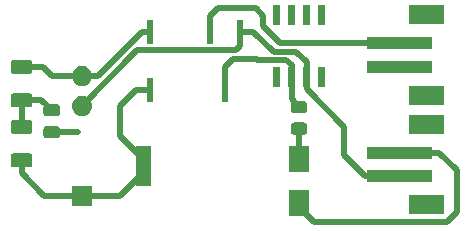
<source format=gbr>
%TF.GenerationSoftware,KiCad,Pcbnew,7.0.10*%
%TF.CreationDate,2024-02-24T22:19:22-05:00*%
%TF.ProjectId,comparison,636f6d70-6172-4697-936f-6e2e6b696361,rev?*%
%TF.SameCoordinates,Original*%
%TF.FileFunction,Other,User*%
%FSLAX46Y46*%
G04 Gerber Fmt 4.6, Leading zero omitted, Abs format (unit mm)*
G04 Created by KiCad (PCBNEW 7.0.10) date 2024-02-24 22:19:22*
%MOMM*%
%LPD*%
G01*
G04 APERTURE LIST*
%ADD10C,0.000000*%
%ADD11C,0.508000*%
G04 APERTURE END LIST*
D10*
G36*
X135165671Y-80786530D02*
G01*
X135246777Y-80840723D01*
X135300970Y-80921829D01*
X135320000Y-81017500D01*
X135320000Y-81542500D01*
X135300970Y-81638171D01*
X135246777Y-81719277D01*
X135165671Y-81773470D01*
X135070000Y-81792500D01*
X134170000Y-81792500D01*
X134074329Y-81773470D01*
X133993223Y-81719277D01*
X133939030Y-81638171D01*
X133920000Y-81542500D01*
X133920000Y-81017500D01*
X133939030Y-80921829D01*
X133993223Y-80840723D01*
X134074329Y-80786530D01*
X134170000Y-80767500D01*
X135070000Y-80767500D01*
X135165671Y-80786530D01*
G37*
G36*
X145915000Y-76557000D02*
G01*
X140415000Y-76557000D01*
X140415000Y-75557000D01*
X145915000Y-75557000D01*
X145915000Y-76557000D01*
G37*
G36*
X135435000Y-84958000D02*
G01*
X133805000Y-84958000D01*
X133805000Y-82777600D01*
X135435000Y-82777600D01*
X135435000Y-84958000D01*
G37*
G36*
X114210671Y-81064030D02*
G01*
X114291777Y-81118223D01*
X114345970Y-81199329D01*
X114365000Y-81295000D01*
X114365000Y-81820000D01*
X114345970Y-81915671D01*
X114291777Y-81996777D01*
X114210671Y-82050970D01*
X114115000Y-82070000D01*
X113215000Y-82070000D01*
X113119329Y-82050970D01*
X113038223Y-81996777D01*
X112984030Y-81915671D01*
X112965000Y-81820000D01*
X112965000Y-81295000D01*
X112984030Y-81199329D01*
X113038223Y-81118223D01*
X113119329Y-81064030D01*
X113215000Y-81045000D01*
X114115000Y-81045000D01*
X114210671Y-81064030D01*
G37*
G36*
X132984505Y-76093144D02*
G01*
X132997904Y-76102096D01*
X133006856Y-76115495D01*
X133010000Y-76131300D01*
X133010000Y-77708700D01*
X133006856Y-77724505D01*
X132997904Y-77737904D01*
X132984505Y-77746856D01*
X132968700Y-77750000D01*
X132461300Y-77750000D01*
X132445495Y-77746856D01*
X132432096Y-77737904D01*
X132423144Y-77724505D01*
X132420000Y-77708700D01*
X132420000Y-76131300D01*
X132423144Y-76115495D01*
X132432096Y-76102096D01*
X132445495Y-76093144D01*
X132461300Y-76090000D01*
X132968700Y-76090000D01*
X132984505Y-76093144D01*
G37*
D11*
X134620000Y-81280000D02*
X134620000Y-83867800D01*
X113665000Y-81557500D02*
X115872500Y-81557500D01*
D10*
G36*
X146915000Y-79257000D02*
G01*
X143915000Y-79257000D01*
X143915000Y-77657000D01*
X146915000Y-77657000D01*
X146915000Y-79257000D01*
G37*
G36*
X146915000Y-72457000D02*
G01*
X143915000Y-72457000D01*
X143915000Y-70857000D01*
X146915000Y-70857000D01*
X146915000Y-72457000D01*
G37*
G36*
X146915000Y-88528000D02*
G01*
X143915000Y-88528000D01*
X143915000Y-86928000D01*
X146915000Y-86928000D01*
X146915000Y-88528000D01*
G37*
G36*
X146915000Y-81728000D02*
G01*
X143915000Y-81728000D01*
X143915000Y-80128000D01*
X146915000Y-80128000D01*
X146915000Y-81728000D01*
G37*
G36*
X132984505Y-70843144D02*
G01*
X132997904Y-70852096D01*
X133006856Y-70865495D01*
X133010000Y-70881300D01*
X133010000Y-72458700D01*
X133006856Y-72474505D01*
X132997904Y-72487904D01*
X132984505Y-72496856D01*
X132968700Y-72500000D01*
X132461300Y-72500000D01*
X132445495Y-72496856D01*
X132432096Y-72487904D01*
X132423144Y-72474505D01*
X132420000Y-72458700D01*
X132420000Y-70881300D01*
X132423144Y-70865495D01*
X132432096Y-70852096D01*
X132445495Y-70843144D01*
X132461300Y-70840000D01*
X132968700Y-70840000D01*
X132984505Y-70843144D01*
G37*
G36*
X134254505Y-70843144D02*
G01*
X134267904Y-70852096D01*
X134276856Y-70865495D01*
X134280000Y-70881300D01*
X134280000Y-72458700D01*
X134276856Y-72474505D01*
X134267904Y-72487904D01*
X134254505Y-72496856D01*
X134238700Y-72500000D01*
X133731300Y-72500000D01*
X133715495Y-72496856D01*
X133702096Y-72487904D01*
X133693144Y-72474505D01*
X133690000Y-72458700D01*
X133690000Y-70881300D01*
X133693144Y-70865495D01*
X133702096Y-70852096D01*
X133715495Y-70843144D01*
X133731300Y-70840000D01*
X134238700Y-70840000D01*
X134254505Y-70843144D01*
G37*
G36*
X135524505Y-70843144D02*
G01*
X135537904Y-70852096D01*
X135546856Y-70865495D01*
X135550000Y-70881300D01*
X135550000Y-72458700D01*
X135546856Y-72474505D01*
X135537904Y-72487904D01*
X135524505Y-72496856D01*
X135508700Y-72500000D01*
X135001300Y-72500000D01*
X134985495Y-72496856D01*
X134972096Y-72487904D01*
X134963144Y-72474505D01*
X134960000Y-72458700D01*
X134960000Y-70881300D01*
X134963144Y-70865495D01*
X134972096Y-70852096D01*
X134985495Y-70843144D01*
X135001300Y-70840000D01*
X135508700Y-70840000D01*
X135524505Y-70843144D01*
G37*
G36*
X136794505Y-70843144D02*
G01*
X136807904Y-70852096D01*
X136816856Y-70865495D01*
X136820000Y-70881300D01*
X136820000Y-72458700D01*
X136816856Y-72474505D01*
X136807904Y-72487904D01*
X136794505Y-72496856D01*
X136778700Y-72500000D01*
X136271300Y-72500000D01*
X136255495Y-72496856D01*
X136242096Y-72487904D01*
X136233144Y-72474505D01*
X136230000Y-72458700D01*
X136230000Y-70881300D01*
X136233144Y-70865495D01*
X136242096Y-70852096D01*
X136255495Y-70843144D01*
X136271300Y-70840000D01*
X136778700Y-70840000D01*
X136794505Y-70843144D01*
G37*
G36*
X136794505Y-76093144D02*
G01*
X136807904Y-76102096D01*
X136816856Y-76115495D01*
X136820000Y-76131300D01*
X136820000Y-77708700D01*
X136816856Y-77724505D01*
X136807904Y-77737904D01*
X136794505Y-77746856D01*
X136778700Y-77750000D01*
X136271300Y-77750000D01*
X136255495Y-77746856D01*
X136242096Y-77737904D01*
X136233144Y-77724505D01*
X136230000Y-77708700D01*
X136230000Y-76131300D01*
X136233144Y-76115495D01*
X136242096Y-76102096D01*
X136255495Y-76093144D01*
X136271300Y-76090000D01*
X136778700Y-76090000D01*
X136794505Y-76093144D01*
G37*
G36*
X114210671Y-79239030D02*
G01*
X114291777Y-79293223D01*
X114345970Y-79374329D01*
X114365000Y-79470000D01*
X114365000Y-79995000D01*
X114345970Y-80090671D01*
X114291777Y-80171777D01*
X114210671Y-80225970D01*
X114115000Y-80245000D01*
X113215000Y-80245000D01*
X113119329Y-80225970D01*
X113038223Y-80171777D01*
X112984030Y-80090671D01*
X112965000Y-79995000D01*
X112965000Y-79470000D01*
X112984030Y-79374329D01*
X113038223Y-79293223D01*
X113119329Y-79239030D01*
X113215000Y-79220000D01*
X114115000Y-79220000D01*
X114210671Y-79239030D01*
G37*
G36*
X111845671Y-80544030D02*
G01*
X111926777Y-80598223D01*
X111980970Y-80679329D01*
X112000000Y-80775000D01*
X112000000Y-81525000D01*
X111980970Y-81620671D01*
X111926777Y-81701777D01*
X111845671Y-81755970D01*
X111750000Y-81775000D01*
X110500000Y-81775000D01*
X110404329Y-81755970D01*
X110323223Y-81701777D01*
X110269030Y-81620671D01*
X110250000Y-81525000D01*
X110250000Y-80775000D01*
X110269030Y-80679329D01*
X110323223Y-80598223D01*
X110404329Y-80544030D01*
X110500000Y-80525000D01*
X111750000Y-80525000D01*
X111845671Y-80544030D01*
G37*
G36*
X111845671Y-78264030D02*
G01*
X111926777Y-78318223D01*
X111980970Y-78399329D01*
X112000000Y-78495000D01*
X112000000Y-79245000D01*
X111980970Y-79340671D01*
X111926777Y-79421777D01*
X111845671Y-79475970D01*
X111750000Y-79495000D01*
X110500000Y-79495000D01*
X110404329Y-79475970D01*
X110323223Y-79421777D01*
X110269030Y-79340671D01*
X110250000Y-79245000D01*
X110250000Y-78495000D01*
X110269030Y-78399329D01*
X110323223Y-78318223D01*
X110404329Y-78264030D01*
X110500000Y-78245000D01*
X111750000Y-78245000D01*
X111845671Y-78264030D01*
G37*
D11*
X111125000Y-78870000D02*
X112802500Y-78870000D01*
X111125000Y-78870000D02*
X111125000Y-81150000D01*
X112802500Y-78870000D02*
X113665000Y-79732500D01*
D10*
G36*
X135435000Y-88672400D02*
G01*
X133805000Y-88672400D01*
X133805000Y-86492000D01*
X135435000Y-86492000D01*
X135435000Y-88672400D01*
G37*
G36*
X145915000Y-83828000D02*
G01*
X140415000Y-83828000D01*
X140415000Y-82828000D01*
X145915000Y-82828000D01*
X145915000Y-83828000D01*
G37*
D11*
X135895390Y-89238000D02*
X147109000Y-89238000D01*
X147109000Y-89238000D02*
X147955000Y-88392000D01*
X143165000Y-83328000D02*
X146447000Y-83328000D01*
X134620000Y-87962610D02*
X135895390Y-89238000D01*
X146447000Y-83328000D02*
X147955000Y-84836000D01*
X134620000Y-87582200D02*
X134620000Y-87962610D01*
X147955000Y-84836000D02*
X147955000Y-88392000D01*
D10*
G36*
X135165671Y-78961530D02*
G01*
X135246777Y-79015723D01*
X135300970Y-79096829D01*
X135320000Y-79192500D01*
X135320000Y-79717500D01*
X135300970Y-79813171D01*
X135246777Y-79894277D01*
X135165671Y-79948470D01*
X135070000Y-79967500D01*
X134170000Y-79967500D01*
X134074329Y-79948470D01*
X133993223Y-79894277D01*
X133939030Y-79813171D01*
X133920000Y-79717500D01*
X133920000Y-79192500D01*
X133939030Y-79096829D01*
X133993223Y-79015723D01*
X134074329Y-78961530D01*
X134170000Y-78942500D01*
X135070000Y-78942500D01*
X135165671Y-78961530D01*
G37*
G36*
X128644400Y-79019400D02*
G01*
X128085600Y-79019400D01*
X128085600Y-77038200D01*
X128644400Y-77038200D01*
X128644400Y-79019400D01*
G37*
G36*
X134254505Y-76093144D02*
G01*
X134267904Y-76102096D01*
X134276856Y-76115495D01*
X134280000Y-76131300D01*
X134280000Y-77708700D01*
X134276856Y-77724505D01*
X134267904Y-77737904D01*
X134254505Y-77746856D01*
X134238700Y-77750000D01*
X133731300Y-77750000D01*
X133715495Y-77746856D01*
X133702096Y-77737904D01*
X133693144Y-77724505D01*
X133690000Y-77708700D01*
X133690000Y-76131300D01*
X133693144Y-76115495D01*
X133702096Y-76102096D01*
X133715495Y-76093144D01*
X133731300Y-76090000D01*
X134238700Y-76090000D01*
X134254505Y-76093144D01*
G37*
D11*
X133502400Y-75463400D02*
X133985000Y-75946000D01*
X131089400Y-75463400D02*
X133502400Y-75463400D01*
X129032000Y-75438000D02*
X131064000Y-75438000D01*
X133985000Y-75946000D02*
X133985000Y-76920000D01*
X128365000Y-76105000D02*
X128365000Y-78028800D01*
X128365000Y-76105000D02*
X129032000Y-75438000D01*
X133985000Y-76920000D02*
X133985000Y-78820000D01*
X131064000Y-75438000D02*
X131089400Y-75463400D01*
X133985000Y-78820000D02*
X134620000Y-79455000D01*
D10*
G36*
X122294400Y-74091800D02*
G01*
X121735600Y-74091800D01*
X121735600Y-72110600D01*
X122294400Y-72110600D01*
X122294400Y-74091800D01*
G37*
G36*
X116492664Y-76026602D02*
G01*
X116655000Y-76098878D01*
X116798761Y-76203327D01*
X116917664Y-76335383D01*
X117006514Y-76489274D01*
X117061425Y-76658275D01*
X117080000Y-76835000D01*
X117061425Y-77011725D01*
X117006514Y-77180726D01*
X116917664Y-77334617D01*
X116798761Y-77466673D01*
X116655000Y-77571122D01*
X116492664Y-77643398D01*
X116318849Y-77680344D01*
X116141151Y-77680344D01*
X115967336Y-77643398D01*
X115805000Y-77571122D01*
X115661239Y-77466673D01*
X115542336Y-77334617D01*
X115453486Y-77180726D01*
X115398575Y-77011725D01*
X115380000Y-76835000D01*
X115398575Y-76658275D01*
X115453486Y-76489274D01*
X115542336Y-76335383D01*
X115661239Y-76203327D01*
X115805000Y-76098878D01*
X115967336Y-76026602D01*
X116141151Y-75989656D01*
X116318849Y-75989656D01*
X116492664Y-76026602D01*
G37*
G36*
X111845671Y-75464030D02*
G01*
X111926777Y-75518223D01*
X111980970Y-75599329D01*
X112000000Y-75695000D01*
X112000000Y-76445000D01*
X111980970Y-76540671D01*
X111926777Y-76621777D01*
X111845671Y-76675970D01*
X111750000Y-76695000D01*
X110500000Y-76695000D01*
X110404329Y-76675970D01*
X110323223Y-76621777D01*
X110269030Y-76540671D01*
X110250000Y-76445000D01*
X110250000Y-75695000D01*
X110269030Y-75599329D01*
X110323223Y-75518223D01*
X110404329Y-75464030D01*
X110500000Y-75445000D01*
X111750000Y-75445000D01*
X111845671Y-75464030D01*
G37*
D11*
X121303800Y-73101200D02*
X122015000Y-73101200D01*
X111125000Y-76070000D02*
X112900000Y-76070000D01*
X116230000Y-76835000D02*
X117570000Y-76835000D01*
X117570000Y-76835000D02*
X121303800Y-73101200D01*
X113665000Y-76835000D02*
X116230000Y-76835000D01*
X112900000Y-76070000D02*
X113665000Y-76835000D01*
D10*
G36*
X122125000Y-86155000D02*
G01*
X120825000Y-86155000D01*
X120825000Y-82755000D01*
X122125000Y-82755000D01*
X122125000Y-86155000D01*
G37*
G36*
X122294400Y-79019400D02*
G01*
X121735600Y-79019400D01*
X121735600Y-77038200D01*
X122294400Y-77038200D01*
X122294400Y-79019400D01*
G37*
G36*
X117080000Y-87845000D02*
G01*
X115380000Y-87845000D01*
X115380000Y-86145000D01*
X117080000Y-86145000D01*
X117080000Y-87845000D01*
G37*
G36*
X111845671Y-83344030D02*
G01*
X111926777Y-83398223D01*
X111980970Y-83479329D01*
X112000000Y-83575000D01*
X112000000Y-84325000D01*
X111980970Y-84420671D01*
X111926777Y-84501777D01*
X111845671Y-84555970D01*
X111750000Y-84575000D01*
X110500000Y-84575000D01*
X110404329Y-84555970D01*
X110323223Y-84501777D01*
X110269030Y-84420671D01*
X110250000Y-84325000D01*
X110250000Y-83575000D01*
X110269030Y-83479329D01*
X110323223Y-83398223D01*
X110404329Y-83344030D01*
X110500000Y-83325000D01*
X111750000Y-83325000D01*
X111845671Y-83344030D01*
G37*
D11*
X119475000Y-79375000D02*
X120821200Y-78028800D01*
X111125000Y-85090000D02*
X113030000Y-86995000D01*
X121475000Y-84455000D02*
X121475000Y-84995000D01*
X119475000Y-79375000D02*
X119475000Y-81915000D01*
X120821200Y-78028800D02*
X122015000Y-78028800D01*
X113030000Y-86995000D02*
X116230000Y-86995000D01*
X111125000Y-83950000D02*
X111125000Y-85090000D01*
X121475000Y-83915000D02*
X121475000Y-84455000D01*
X116230000Y-86995000D02*
X119475000Y-86995000D01*
X119475000Y-81915000D02*
X121475000Y-83915000D01*
X119475000Y-86995000D02*
X121475000Y-84995000D01*
D10*
G36*
X145915000Y-74557000D02*
G01*
X140415000Y-74557000D01*
X140415000Y-73557000D01*
X145915000Y-73557000D01*
X145915000Y-74557000D01*
G37*
G36*
X127374400Y-74091800D02*
G01*
X126815600Y-74091800D01*
X126815600Y-72110600D01*
X127374400Y-72110600D01*
X127374400Y-74091800D01*
G37*
D11*
X127095000Y-71755000D02*
X127730000Y-71120000D01*
X131572000Y-72644000D02*
X132985000Y-74057000D01*
X127730000Y-71120000D02*
X130937000Y-71120000D01*
X130937000Y-71120000D02*
X131572000Y-71755000D01*
X127095000Y-71755000D02*
X127095000Y-73101200D01*
X131572000Y-71755000D02*
X131572000Y-72644000D01*
X132985000Y-74057000D02*
X143165000Y-74057000D01*
D10*
G36*
X129914400Y-74091800D02*
G01*
X129355600Y-74091800D01*
X129355600Y-72110600D01*
X129914400Y-72110600D01*
X129914400Y-74091800D01*
G37*
G36*
X145915000Y-85828000D02*
G01*
X140415000Y-85828000D01*
X140415000Y-84828000D01*
X145915000Y-84828000D01*
X145915000Y-85828000D01*
G37*
G36*
X116492664Y-78566602D02*
G01*
X116655000Y-78638878D01*
X116798761Y-78743327D01*
X116917664Y-78875383D01*
X117006514Y-79029274D01*
X117061425Y-79198275D01*
X117080000Y-79375000D01*
X117061425Y-79551725D01*
X117006514Y-79720726D01*
X116917664Y-79874617D01*
X116798761Y-80006673D01*
X116655000Y-80111122D01*
X116492664Y-80183398D01*
X116318849Y-80220344D01*
X116141151Y-80220344D01*
X115967336Y-80183398D01*
X115805000Y-80111122D01*
X115661239Y-80006673D01*
X115542336Y-79874617D01*
X115453486Y-79720726D01*
X115398575Y-79551725D01*
X115380000Y-79375000D01*
X115398575Y-79198275D01*
X115453486Y-79029274D01*
X115542336Y-78875383D01*
X115661239Y-78743327D01*
X115805000Y-78638878D01*
X115967336Y-78566602D01*
X116141151Y-78529656D01*
X116318849Y-78529656D01*
X116492664Y-78566602D01*
G37*
G36*
X135524505Y-76093144D02*
G01*
X135537904Y-76102096D01*
X135546856Y-76115495D01*
X135550000Y-76131300D01*
X135550000Y-77708700D01*
X135546856Y-77724505D01*
X135537904Y-77737904D01*
X135524505Y-77746856D01*
X135508700Y-77750000D01*
X135001300Y-77750000D01*
X134985495Y-77746856D01*
X134972096Y-77737904D01*
X134963144Y-77724505D01*
X134960000Y-77708700D01*
X134960000Y-76131300D01*
X134963144Y-76115495D01*
X134972096Y-76102096D01*
X134985495Y-76093144D01*
X135001300Y-76090000D01*
X135508700Y-76090000D01*
X135524505Y-76093144D01*
G37*
D11*
X140192000Y-85328000D02*
X143165000Y-85328000D01*
X135255000Y-77978000D02*
X138430000Y-81153000D01*
X138430000Y-81153000D02*
X138430000Y-83566000D01*
X116230000Y-79375000D02*
X120929000Y-74676000D01*
X120929000Y-74676000D02*
X129254000Y-74676000D01*
X138430000Y-83566000D02*
X140192000Y-85328000D01*
X129635000Y-73101200D02*
X129635000Y-74295000D01*
X129635000Y-73101200D02*
X130759200Y-73101200D01*
X134366000Y-74803000D02*
X135255000Y-75692000D01*
X132461000Y-74803000D02*
X134366000Y-74803000D01*
X135255000Y-75692000D02*
X135255000Y-76920000D01*
X130759200Y-73101200D02*
X132461000Y-74803000D01*
X129254000Y-74676000D02*
X129635000Y-74295000D01*
X135255000Y-76920000D02*
X135255000Y-77978000D01*
M02*

</source>
